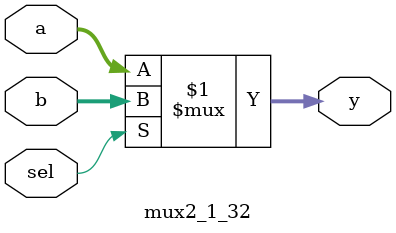
<source format=v>
module mux2_1_32 (
    input  [31:0] a,     // entrada 0
    input  [31:0] b,     // entrada 1
    input         sel,   // señal de selección
    output [31:0] y      // salida
);

    assign y = (sel) ? b : a;

endmodule

</source>
